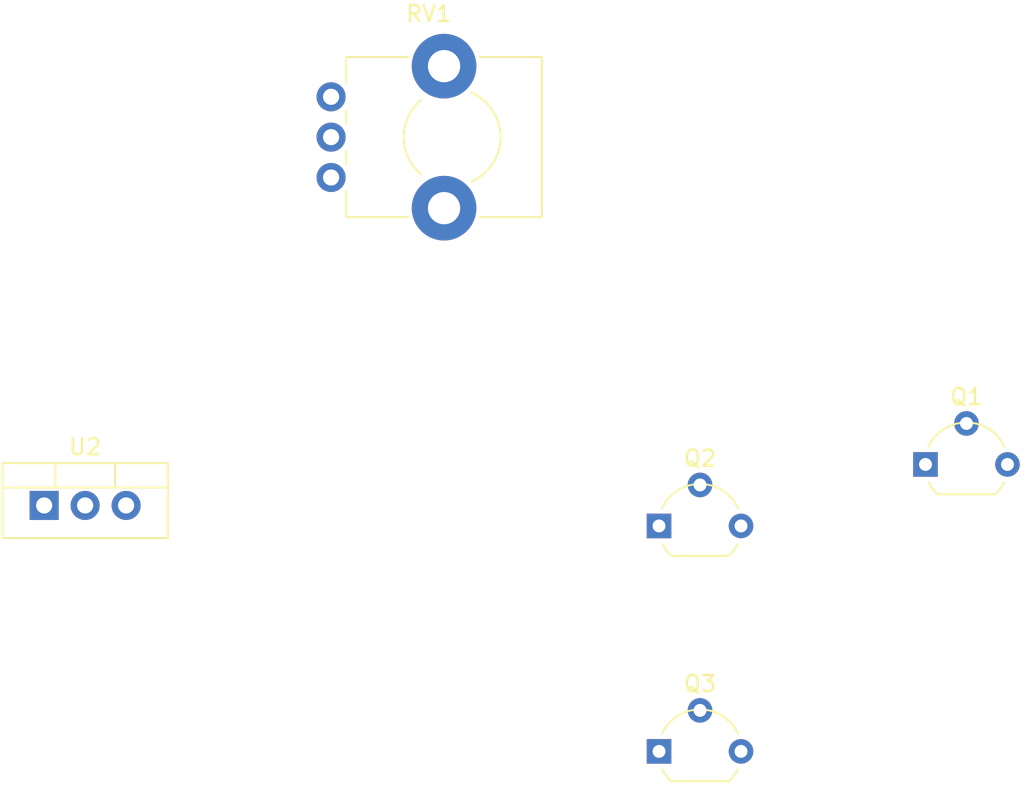
<source format=kicad_pcb>
(kicad_pcb (version 4) (host pcbnew 4.0.6)

  (general
    (links 0)
    (no_connects 0)
    (area 0 0 0 0)
    (thickness 1.6)
    (drawings 0)
    (tracks 0)
    (zones 0)
    (modules 5)
    (nets 13)
  )

  (page A4)
  (layers
    (0 F.Cu signal)
    (31 B.Cu signal)
    (32 B.Adhes user)
    (33 F.Adhes user)
    (34 B.Paste user)
    (35 F.Paste user)
    (36 B.SilkS user)
    (37 F.SilkS user)
    (38 B.Mask user)
    (39 F.Mask user)
    (40 Dwgs.User user)
    (41 Cmts.User user)
    (42 Eco1.User user)
    (43 Eco2.User user)
    (44 Edge.Cuts user)
    (45 Margin user)
    (46 B.CrtYd user)
    (47 F.CrtYd user)
    (48 B.Fab user)
    (49 F.Fab user)
  )

  (setup
    (last_trace_width 0.25)
    (trace_clearance 0.2)
    (zone_clearance 0.508)
    (zone_45_only no)
    (trace_min 0.2)
    (segment_width 0.2)
    (edge_width 0.15)
    (via_size 0.6)
    (via_drill 0.4)
    (via_min_size 0.4)
    (via_min_drill 0.3)
    (uvia_size 0.3)
    (uvia_drill 0.1)
    (uvias_allowed no)
    (uvia_min_size 0.2)
    (uvia_min_drill 0.1)
    (pcb_text_width 0.3)
    (pcb_text_size 1.5 1.5)
    (mod_edge_width 0.15)
    (mod_text_size 1 1)
    (mod_text_width 0.15)
    (pad_size 1.524 1.524)
    (pad_drill 0.762)
    (pad_to_mask_clearance 0.2)
    (aux_axis_origin 0 0)
    (visible_elements FFFFFF7F)
    (pcbplotparams
      (layerselection 0x00030_80000001)
      (usegerberextensions false)
      (excludeedgelayer true)
      (linewidth 0.100000)
      (plotframeref false)
      (viasonmask false)
      (mode 1)
      (useauxorigin false)
      (hpglpennumber 1)
      (hpglpenspeed 20)
      (hpglpendiameter 15)
      (hpglpenoverlay 2)
      (psnegative false)
      (psa4output false)
      (plotreference true)
      (plotvalue true)
      (plotinvisibletext false)
      (padsonsilk false)
      (subtractmaskfromsilk false)
      (outputformat 1)
      (mirror false)
      (drillshape 1)
      (scaleselection 1)
      (outputdirectory ""))
  )

  (net 0 "")
  (net 1 "Net-(C6-Pad1)")
  (net 2 "Net-(C8-Pad1)")
  (net 3 "Net-(C5-Pad2)")
  (net 4 "Net-(C5-Pad1)")
  (net 5 "Net-(C7-Pad2)")
  (net 6 "Net-(C1-Pad2)")
  (net 7 "Net-(C7-Pad1)")
  (net 8 "Net-(C14-Pad1)")
  (net 9 "Net-(C13-Pad1)")
  (net 10 "Net-(C11-Pad1)")
  (net 11 "Net-(R12-Pad2)")
  (net 12 GND)

  (net_class Default "This is the default net class."
    (clearance 0.2)
    (trace_width 0.25)
    (via_dia 0.6)
    (via_drill 0.4)
    (uvia_dia 0.3)
    (uvia_drill 0.1)
    (add_net GND)
    (add_net "Net-(C1-Pad2)")
    (add_net "Net-(C11-Pad1)")
    (add_net "Net-(C13-Pad1)")
    (add_net "Net-(C14-Pad1)")
    (add_net "Net-(C5-Pad1)")
    (add_net "Net-(C5-Pad2)")
    (add_net "Net-(C6-Pad1)")
    (add_net "Net-(C7-Pad1)")
    (add_net "Net-(C7-Pad2)")
    (add_net "Net-(C8-Pad1)")
    (add_net "Net-(R12-Pad2)")
  )

  (module TO_SOT_Packages_THT:TO-92_Molded_Wide (layer F.Cu) (tedit 58CE52AF) (tstamp 5AA03CC9)
    (at 149.86 80.01)
    (descr "TO-92 leads molded, wide, drill 0.8mm (see NXP sot054_po.pdf)")
    (tags "to-92 sc-43 sc-43a sot54 PA33 transistor")
    (path /5AA02B73)
    (fp_text reference Q1 (at 2.54 -4.19 180) (layer F.SilkS)
      (effects (font (size 1 1) (thickness 0.15)))
    )
    (fp_text value BC547 (at 2.54 2.79) (layer F.Fab)
      (effects (font (size 1 1) (thickness 0.15)))
    )
    (fp_text user %R (at 2.54 -4.19 180) (layer F.Fab)
      (effects (font (size 1 1) (thickness 0.15)))
    )
    (fp_line (start 0.74 1.85) (end 4.34 1.85) (layer F.SilkS) (width 0.12))
    (fp_line (start 0.8 1.75) (end 4.3 1.75) (layer F.Fab) (width 0.1))
    (fp_line (start -1.01 -3.55) (end 6.09 -3.55) (layer F.CrtYd) (width 0.05))
    (fp_line (start -1.01 -3.55) (end -1.01 2.01) (layer F.CrtYd) (width 0.05))
    (fp_line (start 6.09 2.01) (end 6.09 -3.55) (layer F.CrtYd) (width 0.05))
    (fp_line (start 6.09 2.01) (end -1.01 2.01) (layer F.CrtYd) (width 0.05))
    (fp_arc (start 2.54 0) (end 0.74 1.85) (angle 20) (layer F.SilkS) (width 0.12))
    (fp_arc (start 2.54 0) (end 2.54 -2.6) (angle -65) (layer F.SilkS) (width 0.12))
    (fp_arc (start 2.54 0) (end 2.54 -2.6) (angle 65) (layer F.SilkS) (width 0.12))
    (fp_arc (start 2.54 0) (end 2.54 -2.48) (angle 135) (layer F.Fab) (width 0.1))
    (fp_arc (start 2.54 0) (end 2.54 -2.48) (angle -135) (layer F.Fab) (width 0.1))
    (fp_arc (start 2.54 0) (end 4.34 1.85) (angle -20) (layer F.SilkS) (width 0.12))
    (pad 2 thru_hole circle (at 2.54 -2.54 90) (size 1.52 1.52) (drill 0.8) (layers *.Cu *.Mask)
      (net 1 "Net-(C6-Pad1)"))
    (pad 3 thru_hole circle (at 5.08 0 90) (size 1.52 1.52) (drill 0.8) (layers *.Cu *.Mask)
      (net 2 "Net-(C8-Pad1)"))
    (pad 1 thru_hole rect (at 0 0 90) (size 1.52 1.52) (drill 0.8) (layers *.Cu *.Mask)
      (net 3 "Net-(C5-Pad2)"))
    (model ${KISYS3DMOD}/TO_SOT_Packages_THT.3dshapes/TO-92_Molded_Wide.wrl
      (at (xyz 0.1 0 0))
      (scale (xyz 1 1 1))
      (rotate (xyz 0 0 -90))
    )
  )

  (module TO_SOT_Packages_THT:TO-92_Molded_Wide (layer F.Cu) (tedit 58CE52AF) (tstamp 5AA03CDD)
    (at 133.35 83.82)
    (descr "TO-92 leads molded, wide, drill 0.8mm (see NXP sot054_po.pdf)")
    (tags "to-92 sc-43 sc-43a sot54 PA33 transistor")
    (path /5AA0686C)
    (fp_text reference Q2 (at 2.54 -4.19 180) (layer F.SilkS)
      (effects (font (size 1 1) (thickness 0.15)))
    )
    (fp_text value BC547 (at 2.54 2.79) (layer F.Fab)
      (effects (font (size 1 1) (thickness 0.15)))
    )
    (fp_text user %R (at 2.54 -4.19 180) (layer F.Fab)
      (effects (font (size 1 1) (thickness 0.15)))
    )
    (fp_line (start 0.74 1.85) (end 4.34 1.85) (layer F.SilkS) (width 0.12))
    (fp_line (start 0.8 1.75) (end 4.3 1.75) (layer F.Fab) (width 0.1))
    (fp_line (start -1.01 -3.55) (end 6.09 -3.55) (layer F.CrtYd) (width 0.05))
    (fp_line (start -1.01 -3.55) (end -1.01 2.01) (layer F.CrtYd) (width 0.05))
    (fp_line (start 6.09 2.01) (end 6.09 -3.55) (layer F.CrtYd) (width 0.05))
    (fp_line (start 6.09 2.01) (end -1.01 2.01) (layer F.CrtYd) (width 0.05))
    (fp_arc (start 2.54 0) (end 0.74 1.85) (angle 20) (layer F.SilkS) (width 0.12))
    (fp_arc (start 2.54 0) (end 2.54 -2.6) (angle -65) (layer F.SilkS) (width 0.12))
    (fp_arc (start 2.54 0) (end 2.54 -2.6) (angle 65) (layer F.SilkS) (width 0.12))
    (fp_arc (start 2.54 0) (end 2.54 -2.48) (angle 135) (layer F.Fab) (width 0.1))
    (fp_arc (start 2.54 0) (end 2.54 -2.48) (angle -135) (layer F.Fab) (width 0.1))
    (fp_arc (start 2.54 0) (end 4.34 1.85) (angle -20) (layer F.SilkS) (width 0.12))
    (pad 2 thru_hole circle (at 2.54 -2.54 90) (size 1.52 1.52) (drill 0.8) (layers *.Cu *.Mask)
      (net 4 "Net-(C5-Pad1)"))
    (pad 3 thru_hole circle (at 5.08 0 90) (size 1.52 1.52) (drill 0.8) (layers *.Cu *.Mask)
      (net 5 "Net-(C7-Pad2)"))
    (pad 1 thru_hole rect (at 0 0 90) (size 1.52 1.52) (drill 0.8) (layers *.Cu *.Mask)
      (net 6 "Net-(C1-Pad2)"))
    (model ${KISYS3DMOD}/TO_SOT_Packages_THT.3dshapes/TO-92_Molded_Wide.wrl
      (at (xyz 0.1 0 0))
      (scale (xyz 1 1 1))
      (rotate (xyz 0 0 -90))
    )
  )

  (module TO_SOT_Packages_THT:TO-92_Molded_Wide (layer F.Cu) (tedit 58CE52AF) (tstamp 5AA03CF1)
    (at 133.35 97.79)
    (descr "TO-92 leads molded, wide, drill 0.8mm (see NXP sot054_po.pdf)")
    (tags "to-92 sc-43 sc-43a sot54 PA33 transistor")
    (path /5AA068DF)
    (fp_text reference Q3 (at 2.54 -4.19 180) (layer F.SilkS)
      (effects (font (size 1 1) (thickness 0.15)))
    )
    (fp_text value BC547 (at 2.54 2.79) (layer F.Fab)
      (effects (font (size 1 1) (thickness 0.15)))
    )
    (fp_text user %R (at 2.54 -4.19 180) (layer F.Fab)
      (effects (font (size 1 1) (thickness 0.15)))
    )
    (fp_line (start 0.74 1.85) (end 4.34 1.85) (layer F.SilkS) (width 0.12))
    (fp_line (start 0.8 1.75) (end 4.3 1.75) (layer F.Fab) (width 0.1))
    (fp_line (start -1.01 -3.55) (end 6.09 -3.55) (layer F.CrtYd) (width 0.05))
    (fp_line (start -1.01 -3.55) (end -1.01 2.01) (layer F.CrtYd) (width 0.05))
    (fp_line (start 6.09 2.01) (end 6.09 -3.55) (layer F.CrtYd) (width 0.05))
    (fp_line (start 6.09 2.01) (end -1.01 2.01) (layer F.CrtYd) (width 0.05))
    (fp_arc (start 2.54 0) (end 0.74 1.85) (angle 20) (layer F.SilkS) (width 0.12))
    (fp_arc (start 2.54 0) (end 2.54 -2.6) (angle -65) (layer F.SilkS) (width 0.12))
    (fp_arc (start 2.54 0) (end 2.54 -2.6) (angle 65) (layer F.SilkS) (width 0.12))
    (fp_arc (start 2.54 0) (end 2.54 -2.48) (angle 135) (layer F.Fab) (width 0.1))
    (fp_arc (start 2.54 0) (end 2.54 -2.48) (angle -135) (layer F.Fab) (width 0.1))
    (fp_arc (start 2.54 0) (end 4.34 1.85) (angle -20) (layer F.SilkS) (width 0.12))
    (pad 2 thru_hole circle (at 2.54 -2.54 90) (size 1.52 1.52) (drill 0.8) (layers *.Cu *.Mask)
      (net 7 "Net-(C7-Pad1)"))
    (pad 3 thru_hole circle (at 5.08 0 90) (size 1.52 1.52) (drill 0.8) (layers *.Cu *.Mask)
      (net 8 "Net-(C14-Pad1)"))
    (pad 1 thru_hole rect (at 0 0 90) (size 1.52 1.52) (drill 0.8) (layers *.Cu *.Mask)
      (net 9 "Net-(C13-Pad1)"))
    (model ${KISYS3DMOD}/TO_SOT_Packages_THT.3dshapes/TO-92_Molded_Wide.wrl
      (at (xyz 0.1 0 0))
      (scale (xyz 1 1 1))
      (rotate (xyz 0 0 -90))
    )
  )

  (module Potentiometers:Potentiometer_Alps_RK09K_Horizontal (layer F.Cu) (tedit 58826B09) (tstamp 5AA043FB)
    (at 113.03 62.23)
    (descr "Potentiometer, horizontally mounted, Omeg PC16PU, Omeg PC16PU, Omeg PC16PU, Vishay/Spectrol 248GJ/249GJ Single, Vishay/Spectrol 248GJ/249GJ Single, Vishay/Spectrol 248GJ/249GJ Single, Vishay/Spectrol 248GH/249GH Single, Vishay/Spectrol 148/149 Single, Vishay/Spectrol 148/149 Single, Vishay/Spectrol 148/149 Single, Vishay/Spectrol 148A/149A Single with mounting plates, Vishay/Spectrol 148/149 Double, Vishay/Spectrol 148A/149A Double with mounting plates, Piher PC-16 Single, Piher PC-16 Single, Piher PC-16 Single, Piher PC-16SV Single, Piher PC-16 Double, Piher PC-16 Triple, Piher T16H Single, Piher T16L Single, Piher T16H Double, Alps RK163 Single, Alps RK163 Double, Alps RK097 Single, Alps RK097 Double, Bourns PTV09A-2 Single with mounting sleve Single, Bourns PTV09A-1 with mounting sleve Single, Bourns PRS11S Single, Alps RK09K Single with mounting sleve Single, Alps RK09K with mounting sleve Single, http://www.alps.com/prod/info/E/HTML/Potentiometer/RotaryPotentiometers/RK09K/RK09D1130C1B.html")
    (tags "Potentiometer horizontal  Omeg PC16PU  Omeg PC16PU  Omeg PC16PU  Vishay/Spectrol 248GJ/249GJ Single  Vishay/Spectrol 248GJ/249GJ Single  Vishay/Spectrol 248GJ/249GJ Single  Vishay/Spectrol 248GH/249GH Single  Vishay/Spectrol 148/149 Single  Vishay/Spectrol 148/149 Single  Vishay/Spectrol 148/149 Single  Vishay/Spectrol 148A/149A Single with mounting plates  Vishay/Spectrol 148/149 Double  Vishay/Spectrol 148A/149A Double with mounting plates  Piher PC-16 Single  Piher PC-16 Single  Piher PC-16 Single  Piher PC-16SV Single  Piher PC-16 Double  Piher PC-16 Triple  Piher T16H Single  Piher T16L Single  Piher T16H Double  Alps RK163 Single  Alps RK163 Double  Alps RK097 Single  Alps RK097 Double  Bourns PTV09A-2 Single with mounting sleve Single  Bourns PTV09A-1 with mounting sleve Single  Bourns PRS11S Single  Alps RK09K Single with mounting sleve Single  Alps RK09K with mounting sleve Single")
    (path /5AA01747)
    (fp_text reference RV1 (at 6.05 -10.15) (layer F.SilkS)
      (effects (font (size 1 1) (thickness 0.15)))
    )
    (fp_text value 10K (at 6.05 5.15) (layer F.Fab)
      (effects (font (size 1 1) (thickness 0.15)))
    )
    (fp_arc (start 7.5 -2.5) (end 8.673 0.262) (angle -134) (layer F.SilkS) (width 0.12))
    (fp_arc (start 7.5 -2.5) (end 5.572 -4.798) (angle -100) (layer F.SilkS) (width 0.12))
    (fp_circle (center 7.5 -2.5) (end 10.75 -2.5) (layer F.Fab) (width 0.1))
    (fp_circle (center 7.5 -2.5) (end 10.5 -2.5) (layer F.Fab) (width 0.1))
    (fp_line (start 1 -7.4) (end 1 2.4) (layer F.Fab) (width 0.1))
    (fp_line (start 1 2.4) (end 13 2.4) (layer F.Fab) (width 0.1))
    (fp_line (start 13 2.4) (end 13 -7.4) (layer F.Fab) (width 0.1))
    (fp_line (start 13 -7.4) (end 1 -7.4) (layer F.Fab) (width 0.1))
    (fp_line (start 0.94 -7.461) (end 4.806 -7.461) (layer F.SilkS) (width 0.12))
    (fp_line (start 9.195 -7.461) (end 13.06 -7.461) (layer F.SilkS) (width 0.12))
    (fp_line (start 0.94 2.46) (end 4.806 2.46) (layer F.SilkS) (width 0.12))
    (fp_line (start 9.195 2.46) (end 13.06 2.46) (layer F.SilkS) (width 0.12))
    (fp_line (start 0.94 -7.461) (end 0.94 -5.825) (layer F.SilkS) (width 0.12))
    (fp_line (start 0.94 -4.175) (end 0.94 -3.325) (layer F.SilkS) (width 0.12))
    (fp_line (start 0.94 -1.675) (end 0.94 -0.825) (layer F.SilkS) (width 0.12))
    (fp_line (start 0.94 0.825) (end 0.94 2.46) (layer F.SilkS) (width 0.12))
    (fp_line (start 13.06 -7.461) (end 13.06 2.46) (layer F.SilkS) (width 0.12))
    (fp_line (start -1.15 -9.15) (end -1.15 4.15) (layer F.CrtYd) (width 0.05))
    (fp_line (start -1.15 4.15) (end 13.25 4.15) (layer F.CrtYd) (width 0.05))
    (fp_line (start 13.25 4.15) (end 13.25 -9.15) (layer F.CrtYd) (width 0.05))
    (fp_line (start 13.25 -9.15) (end -1.15 -9.15) (layer F.CrtYd) (width 0.05))
    (pad 3 thru_hole circle (at 0 -5) (size 1.8 1.8) (drill 1) (layers *.Cu *.Mask)
      (net 10 "Net-(C11-Pad1)"))
    (pad 2 thru_hole circle (at 0 -2.5) (size 1.8 1.8) (drill 1) (layers *.Cu *.Mask)
      (net 11 "Net-(R12-Pad2)"))
    (pad 1 thru_hole circle (at 0 0) (size 1.8 1.8) (drill 1) (layers *.Cu *.Mask)
      (net 12 GND))
    (pad 0 np_thru_hole circle (at 7 -6.9) (size 4 4) (drill 2) (layers *.Cu *.Mask))
    (pad 0 np_thru_hole circle (at 7 1.9) (size 4 4) (drill 2) (layers *.Cu *.Mask))
    (model Potentiometers.3dshapes/Potentiometer_Alps_RK09K_Horizontal.wrl
      (at (xyz 0 0 0))
      (scale (xyz 0.393701 0.393701 0.393701))
      (rotate (xyz 0 0 0))
    )
  )

  (module TO_SOT_Packages_THT:TO-220-3_Vertical (layer F.Cu) (tedit 58CE52AD) (tstamp 5AA04415)
    (at 95.25 82.55)
    (descr "TO-220-3, Vertical, RM 2.54mm")
    (tags "TO-220-3 Vertical RM 2.54mm")
    (path /5AA01814)
    (fp_text reference U2 (at 2.54 -3.62) (layer F.SilkS)
      (effects (font (size 1 1) (thickness 0.15)))
    )
    (fp_text value LM7805 (at 2.54 3.92) (layer F.Fab)
      (effects (font (size 1 1) (thickness 0.15)))
    )
    (fp_text user %R (at 2.54 -3.62) (layer F.Fab)
      (effects (font (size 1 1) (thickness 0.15)))
    )
    (fp_line (start -2.46 -2.5) (end -2.46 1.9) (layer F.Fab) (width 0.1))
    (fp_line (start -2.46 1.9) (end 7.54 1.9) (layer F.Fab) (width 0.1))
    (fp_line (start 7.54 1.9) (end 7.54 -2.5) (layer F.Fab) (width 0.1))
    (fp_line (start 7.54 -2.5) (end -2.46 -2.5) (layer F.Fab) (width 0.1))
    (fp_line (start -2.46 -1.23) (end 7.54 -1.23) (layer F.Fab) (width 0.1))
    (fp_line (start 0.69 -2.5) (end 0.69 -1.23) (layer F.Fab) (width 0.1))
    (fp_line (start 4.39 -2.5) (end 4.39 -1.23) (layer F.Fab) (width 0.1))
    (fp_line (start -2.58 -2.62) (end 7.66 -2.62) (layer F.SilkS) (width 0.12))
    (fp_line (start -2.58 2.021) (end 7.66 2.021) (layer F.SilkS) (width 0.12))
    (fp_line (start -2.58 -2.62) (end -2.58 2.021) (layer F.SilkS) (width 0.12))
    (fp_line (start 7.66 -2.62) (end 7.66 2.021) (layer F.SilkS) (width 0.12))
    (fp_line (start -2.58 -1.11) (end 7.66 -1.11) (layer F.SilkS) (width 0.12))
    (fp_line (start 0.69 -2.62) (end 0.69 -1.11) (layer F.SilkS) (width 0.12))
    (fp_line (start 4.391 -2.62) (end 4.391 -1.11) (layer F.SilkS) (width 0.12))
    (fp_line (start -2.71 -2.75) (end -2.71 2.16) (layer F.CrtYd) (width 0.05))
    (fp_line (start -2.71 2.16) (end 7.79 2.16) (layer F.CrtYd) (width 0.05))
    (fp_line (start 7.79 2.16) (end 7.79 -2.75) (layer F.CrtYd) (width 0.05))
    (fp_line (start 7.79 -2.75) (end -2.71 -2.75) (layer F.CrtYd) (width 0.05))
    (pad 1 thru_hole rect (at 0 0) (size 1.8 1.8) (drill 1) (layers *.Cu *.Mask))
    (pad 2 thru_hole oval (at 2.54 0) (size 1.8 1.8) (drill 1) (layers *.Cu *.Mask))
    (pad 3 thru_hole oval (at 5.08 0) (size 1.8 1.8) (drill 1) (layers *.Cu *.Mask))
    (model ${KISYS3DMOD}/TO_SOT_Packages_THT.3dshapes/TO-220-3_Vertical.wrl
      (at (xyz 0.1 0 0))
      (scale (xyz 0.393701 0.393701 0.393701))
      (rotate (xyz 0 0 0))
    )
  )

)

</source>
